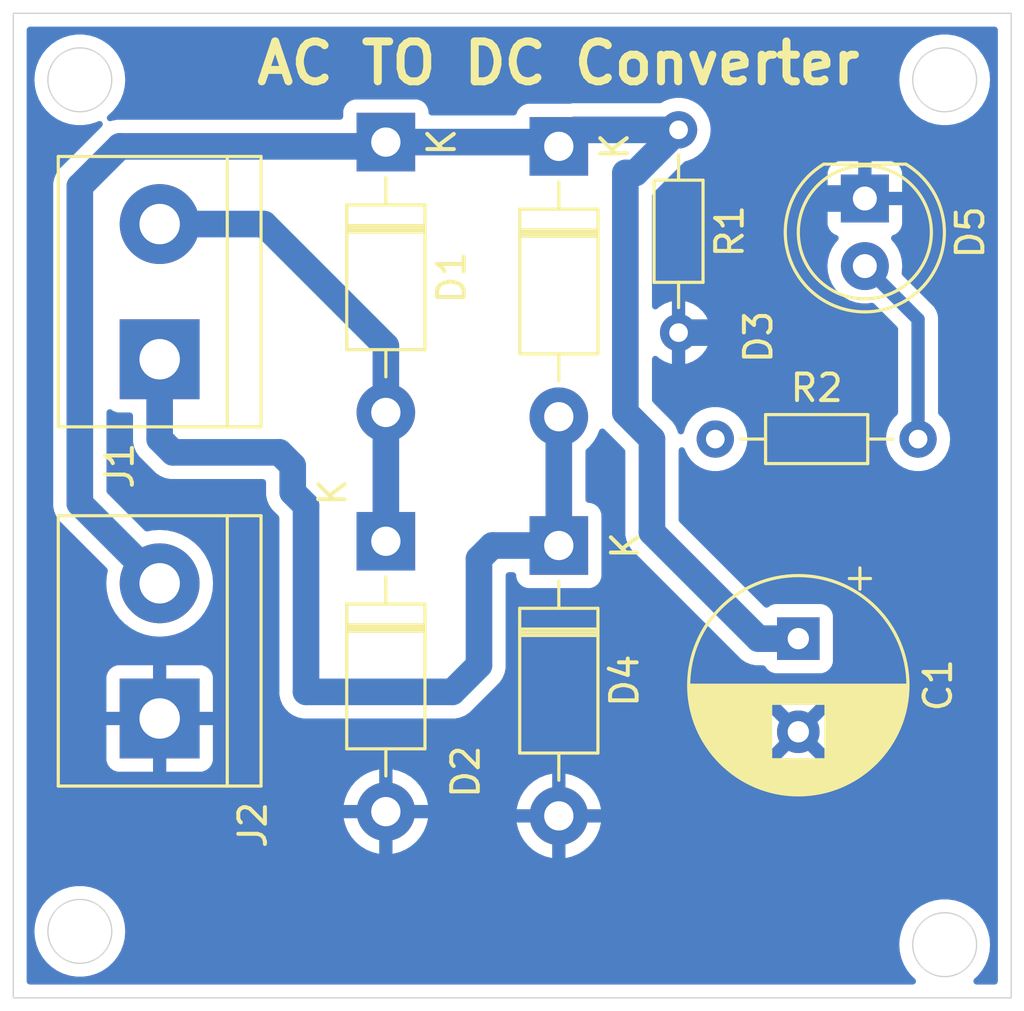
<source format=kicad_pcb>
(kicad_pcb (version 20240108) (generator "pcbnew") (generator_version "8.0")
  (layers (0 "F.Cu" signal) (31 "B.Cu" signal) (34 "B.Paste" user) (35 "F.Paste" user) (36 "B.SilkS" user "B.Silkscreen") (37 "F.SilkS" user "F.Silkscreen") (38 "B.Mask" user) (39 "F.Mask" user) (44 "Edge.Cuts" user))
  (net 0 "")
  (net 1 "/+VE")
  (net 2 "GND")
  (net 3 "Net-(D1-A)")
  (net 4 "Net-(D3-A)")
  (net 5 "Net-(D5-A)")
  (footprint "Diode_THT:D_DO-41_SOD81_P10.16mm_Horizontal" (layer "F.Cu") (at 134.5 78.34 -90)
    (property "Reference" "D1" (at 5.08 -2.47 90) (layer "F.SilkS"))
    (property "Value" "1N4007")
    (fp_line (start 2.36 1.47) (end 7.8 1.47) (stroke (width 0.12)) (layer "F.SilkS"))
    (fp_line (start 7.8 1.47) (end 7.8 -1.47) (stroke (width 0.12)) (layer "F.SilkS"))
    (fp_line (start 1.34 0) (end 2.36 0) (stroke (width 0.12)) (layer "F.SilkS"))
    (fp_line (start 8.82 0) (end 7.8 0) (stroke (width 0.12)) (layer "F.SilkS"))
    (fp_line (start 2.36 -1.47) (end 2.36 1.47) (stroke (width 0.12)) (layer "F.SilkS"))
    (fp_line (start 3.14 -1.47) (end 3.14 1.47) (stroke (width 0.12)) (layer "F.SilkS"))
    (fp_line (start 3.26 -1.47) (end 3.26 1.47) (stroke (width 0.12)) (layer "F.SilkS"))
    (fp_line (start 3.38 -1.47) (end 3.38 1.47) (stroke (width 0.12)) (layer "F.SilkS"))
    (fp_line (start 7.8 -1.47) (end 2.36 -1.47) (stroke (width 0.12)) (layer "F.SilkS"))
    (fp_text user "K" (at 0 -2.1 90) (layer "F.SilkS"))
    (pad "1" thru_hole rect (at 0 0 270) (size 2.2 2.2) (drill 1.1) (layers "*.Cu" "*.Mask") (net 1 "/+VE"))
    (pad "2" thru_hole oval (at 10.16 0 270) (size 2.2 2.2) (drill 1.1) (layers "*.Cu" "*.Mask") (net 3 "Net-(D1-A)"))
  )
  (footprint "Diode_THT:D_DO-41_SOD81_P10.16mm_Horizontal" (layer "F.Cu") (at 141 93.5 -90)
    (property "Reference" "D4" (at 5.08 -2.47 90) (layer "F.SilkS"))
    (property "Value" "1N4007")
    (fp_line (start 2.36 1.47) (end 7.8 1.47) (stroke (width 0.12)) (layer "F.SilkS"))
    (fp_line (start 7.8 1.47) (end 7.8 -1.47) (stroke (width 0.12)) (layer "F.SilkS"))
    (fp_line (start 1.34 0) (end 2.36 0) (stroke (width 0.12)) (layer "F.SilkS"))
    (fp_line (start 8.82 0) (end 7.8 0) (stroke (width 0.12)) (layer "F.SilkS"))
    (fp_line (start 2.36 -1.47) (end 2.36 1.47) (stroke (width 0.12)) (layer "F.SilkS"))
    (fp_line (start 3.14 -1.47) (end 3.14 1.47) (stroke (width 0.12)) (layer "F.SilkS"))
    (fp_line (start 3.26 -1.47) (end 3.26 1.47) (stroke (width 0.12)) (layer "F.SilkS"))
    (fp_line (start 3.38 -1.47) (end 3.38 1.47) (stroke (width 0.12)) (layer "F.SilkS"))
    (fp_line (start 7.8 -1.47) (end 2.36 -1.47) (stroke (width 0.12)) (layer "F.SilkS"))
    (fp_text user "K" (at 0 -2.5 90) (layer "F.SilkS"))
    (pad "1" thru_hole rect (at 0 0 270) (size 2.2 2.2) (drill 1.1) (layers "*.Cu" "*.Mask") (net 4 "Net-(D3-A)"))
    (pad "2" thru_hole oval (at 10.16 0 270) (size 2.2 2.2) (drill 1.1) (layers "*.Cu" "*.Mask") (net 2 "GND"))
  )
  (footprint "Capacitor_THT:CP_Radial_D8.0mm_P3.50mm" (layer "F.Cu") (at 150 97 -90)
    (property "Reference" "C1" (at 1.75 -5.25 90) (layer "F.SilkS"))
    (property "Value" "1000uF")
    (fp_line (start 2.471 1.04) (end 2.471 4.017) (stroke (width 0.12)) (layer "F.SilkS"))
    (fp_line (start 2.511 1.04) (end 2.511 4.01) (stroke (width 0.12)) (layer "F.SilkS"))
    (fp_line (start 2.551 1.04) (end 2.551 4.002) (stroke (width 0.12)) (layer "F.SilkS"))
    (fp_line (start 2.591 1.04) (end 2.591 3.994) (stroke (width 0.12)) (layer "F.SilkS"))
    (fp_line (start 2.631 1.04) (end 2.631 3.985) (stroke (width 0.12)) (layer "F.SilkS"))
    (fp_line (start 2.671 1.04) (end 2.671 3.976) (stroke (width 0.12)) (layer "F.SilkS"))
    (fp_line (start 2.711 1.04) (end 2.711 3.967) (stroke (width 0.12)) (layer "F.SilkS"))
    (fp_line (start 2.751 1.04) (end 2.751 3.957) (stroke (width 0.12)) (layer "F.SilkS"))
    (fp_line (start 2.791 1.04) (end 2.791 3.947) (stroke (width 0.12)) (layer "F.SilkS"))
    (fp_line (start 2.831 1.04) (end 2.831 3.936) (stroke (width 0.12)) (layer "F.SilkS"))
    (fp_line (start 2.871 1.04) (end 2.871 3.925) (stroke (width 0.12)) (layer "F.SilkS"))
    (fp_line (start 2.911 1.04) (end 2.911 3.914) (stroke (width 0.12)) (layer "F.SilkS"))
    (fp_line (start 2.951 1.04) (end 2.951 3.902) (stroke (width 0.12)) (layer "F.SilkS"))
    (fp_line (start 2.991 1.04) (end 2.991 3.889) (stroke (width 0.12)) (layer "F.SilkS"))
    (fp_line (start 3.031 1.04) (end 3.031 3.877) (stroke (width 0.12)) (layer "F.SilkS"))
    (fp_line (start 3.071 1.04) (end 3.071 3.863) (stroke (width 0.12)) (layer "F.SilkS"))
    (fp_line (start 3.111 1.04) (end 3.111 3.85) (stroke (width 0.12)) (layer "F.SilkS"))
    (fp_line (start 3.151 1.04) (end 3.151 3.835) (stroke (width 0.12)) (layer "F.SilkS"))
    (fp_line (start 3.191 1.04) (end 3.191 3.821) (stroke (width 0.12)) (layer "F.SilkS"))
    (fp_line (start 3.231 1.04) (end 3.231 3.805) (stroke (width 0.12)) (layer "F.SilkS"))
    (fp_line (start 3.271 1.04) (end 3.271 3.79) (stroke (width 0.12)) (layer "F.SilkS"))
    (fp_line (start 3.311 1.04) (end 3.311 3.774) (stroke (width 0.12)) (layer "F.SilkS"))
    (fp_line (start 3.351 1.04) (end 3.351 3.757) (stroke (width 0.12)) (layer "F.SilkS"))
    (fp_line (start 3.391 1.04) (end 3.391 3.74) (stroke (width 0.12)) (layer "F.SilkS"))
    (fp_line (start 3.431 1.04) (end 3.431 3.722) (stroke (width 0.12)) (layer "F.SilkS"))
    (fp_line (start 3.471 1.04) (end 3.471 3.704) (stroke (width 0.12)) (layer "F.SilkS"))
    (fp_line (start 3.511 1.04) (end 3.511 3.686) (stroke (width 0.12)) (layer "F.SilkS"))
    (fp_line (start 3.551 1.04) (end 3.551 3.666) (stroke (width 0.12)) (layer "F.SilkS"))
    (fp_line (start 3.591 1.04) (end 3.591 3.647) (stroke (width 0.12)) (layer "F.SilkS"))
    (fp_line (start 3.631 1.04) (end 3.631 3.627) (stroke (width 0.12)) (layer "F.SilkS"))
    (fp_line (start 3.671 1.04) (end 3.671 3.606) (stroke (width 0.12)) (layer "F.SilkS"))
    (fp_line (start 3.711 1.04) (end 3.711 3.584) (stroke (width 0.12)) (layer "F.SilkS"))
    (fp_line (start 3.751 1.04) (end 3.751 3.562) (stroke (width 0.12)) (layer "F.SilkS"))
    (fp_line (start 3.791 1.04) (end 3.791 3.54) (stroke (width 0.12)) (layer "F.SilkS"))
    (fp_line (start 3.831 1.04) (end 3.831 3.517) (stroke (width 0.12)) (layer "F.SilkS"))
    (fp_line (start 3.871 1.04) (end 3.871 3.493) (stroke (width 0.12)) (layer "F.SilkS"))
    (fp_line (start 3.911 1.04) (end 3.911 3.469) (stroke (width 0.12)) (layer "F.SilkS"))
    (fp_line (start 3.951 1.04) (end 3.951 3.444) (stroke (width 0.12)) (layer "F.SilkS"))
    (fp_line (start 3.991 1.04) (end 3.991 3.418) (stroke (width 0.12)) (layer "F.SilkS"))
    (fp_line (start 4.031 1.04) (end 4.031 3.392) (stroke (width 0.12)) (layer "F.SilkS"))
    (fp_line (start 4.071 1.04) (end 4.071 3.365) (stroke (width 0.12)) (layer "F.SilkS"))
    (fp_line (start 4.111 1.04) (end 4.111 3.338) (stroke (width 0.12)) (layer "F.SilkS"))
    (fp_line (start 4.151 1.04) (end 4.151 3.309) (stroke (width 0.12)) (layer "F.SilkS"))
    (fp_line (start 4.191 1.04) (end 4.191 3.28) (stroke (width 0.12)) (layer "F.SilkS"))
    (fp_line (start 4.231 1.04) (end 4.231 3.25) (stroke (width 0.12)) (layer "F.SilkS"))
    (fp_line (start 4.271 1.04) (end 4.271 3.22) (stroke (width 0.12)) (layer "F.SilkS"))
    (fp_line (start 4.311 1.04) (end 4.311 3.189) (stroke (width 0.12)) (layer "F.SilkS"))
    (fp_line (start 4.351 1.04) (end 4.351 3.156) (stroke (width 0.12)) (layer "F.SilkS"))
    (fp_line (start 4.391 1.04) (end 4.391 3.124) (stroke (width 0.12)) (layer "F.SilkS"))
    (fp_line (start 4.431 1.04) (end 4.431 3.09) (stroke (width 0.12)) (layer "F.SilkS"))
    (fp_line (start 4.471 1.04) (end 4.471 3.055) (stroke (width 0.12)) (layer "F.SilkS"))
    (fp_line (start 4.511 1.04) (end 4.511 3.019) (stroke (width 0.12)) (layer "F.SilkS"))
    (fp_line (start 5.831 -0.533) (end 5.831 0.533) (stroke (width 0.12)) (layer "F.SilkS"))
    (fp_line (start 5.791 -0.768) (end 5.791 0.768) (stroke (width 0.12)) (layer "F.SilkS"))
    (fp_line (start 5.751 -0.948) (end 5.751 0.948) (stroke (width 0.12)) (layer "F.SilkS"))
    (fp_line (start 5.711 -1.098) (end 5.711 1.098) (stroke (width 0.12)) (layer "F.SilkS"))
    (fp_line (start 5.671 -1.229) (end 5.671 1.229) (stroke (width 0.12)) (layer "F.SilkS"))
    (fp_line (start 5.631 -1.346) (end 5.631 1.346) (stroke (width 0.12)) (layer "F.SilkS"))
    (fp_line (start 5.591 -1.453) (end 5.591 1.453) (stroke (width 0.12)) (layer "F.SilkS"))
    (fp_line (start 5.551 -1.552) (end 5.551 1.552) (stroke (width 0.12)) (layer "F.SilkS"))
    (fp_line (start 5.511 -1.645) (end 5.511 1.645) (stroke (width 0.12)) (layer "F.SilkS"))
    (fp_line (start 5.471 -1.731) (end 5.471 1.731) (stroke (width 0.12)) (layer "F.SilkS"))
    (fp_line (start 5.431 -1.813) (end 5.431 1.813) (stroke (width 0.12)) (layer "F.SilkS"))
    (fp_line (start 5.391 -1.89) (end 5.391 1.89) (stroke (width 0.12)) (layer "F.SilkS"))
    (fp_line (start 5.351 -1.964) (end 5.351 1.964) (stroke (width 0.12)) (layer "F.SilkS"))
    (fp_line (start 5.311 -2.034) (end 5.311 2.034) (stroke (width 0.12)) (layer "F.SilkS"))
    (fp_line (start 5.271 -2.102) (end 5.271 2.102) (stroke (width 0.12)) (layer "F.SilkS"))
    (fp_line (start 5.231 -2.166) (end 5.231 2.166) (stroke (width 0.12)) (layer "F.SilkS"))
    (fp_line (start 5.191 -2.228) (end 5.191 2.228) (stroke (width 0.12)) (layer "F.SilkS"))
    (fp_line (start 5.151 -2.287) (end 5.151 2.287) (stroke (width 0.12)) (layer "F.SilkS"))
    (fp_line (start -2.659698 -2.315) (end -1.859698 -2.315) (stroke (width 0.12)) (layer "F.SilkS"))
    (fp_line (start 5.111 -2.345) (end 5.111 2.345) (stroke (width 0.12)) (layer "F.SilkS"))
    (fp_line (start 5.071 -2.4) (end 5.071 2.4) (stroke (width 0.12)) (layer "F.SilkS"))
    (fp_line (start 5.031 -2.454) (end 5.031 2.454) (stroke (width 0.12)) (layer "F.SilkS"))
    (fp_line (start 4.991 -2.505) (end 4.991 2.505) (stroke (width 0.12)) (layer "F.SilkS"))
    (fp_line (start 4.951 -2.556) (end 4.951 2.556) (stroke (width 0.12)) (layer "F.SilkS"))
    (fp_line (start 4.911 -2.604) (end 4.911 2.604) (stroke (width 0.12)) (layer "F.SilkS"))
    (fp_line (start 4.871 -2.651) (end 4.871 2.651) (stroke (width 0.12)) (layer "F.SilkS"))
    (fp_line (start 4.831 -2.697) (end 4.831 2.697) (stroke (width 0.12)) (layer "F.SilkS"))
    (fp_line (start -2.259698 -2.715) (end -2.259698 -1.915) (stroke (width 0.12)) (layer "F.SilkS"))
    (fp_line (start 4.791 -2.741) (end 4.791 2.741) (stroke (width 0.12)) (layer "F.SilkS"))
    (fp_line (start 4.751 -2.784) (end 4.751 2.784) (stroke (width 0.12)) (layer "F.SilkS"))
    (fp_line (start 4.711 -2.826) (end 4.711 2.826) (stroke (width 0.12)) (layer "F.SilkS"))
    (fp_line (start 4.671 -2.867) (end 4.671 2.867) (stroke (width 0.12)) (layer "F.SilkS"))
    (fp_line (start 4.631 -2.907) (end 4.631 2.907) (stroke (width 0.12)) (layer "F.SilkS"))
    (fp_line (start 4.591 -2.945) (end 4.591 2.945) (stroke (width 0.12)) (layer "F.SilkS"))
    (fp_line (start 4.551 -2.983) (end 4.551 2.983) (stroke (width 0.12)) (layer "F.SilkS"))
    (fp_line (start 4.511 -3.019) (end 4.511 -1.04) (stroke (width 0.12)) (layer "F.SilkS"))
    (fp_line (start 4.471 -3.055) (end 4.471 -1.04) (stroke (width 0.12)) (layer "F.SilkS"))
    (fp_line (start 4.431 -3.09) (end 4.431 -1.04) (stroke (width 0.12)) (layer "F.SilkS"))
    (fp_line (start 4.391 -3.124) (end 4.391 -1.04) (stroke (width 0.12)) (layer "F.SilkS"))
    (fp_line (start 4.351 -3.156) (end 4.351 -1.04) (stroke (width 0.12)) (layer "F.SilkS"))
    (fp_line (start 4.311 -3.189) (end 4.311 -1.04) (stroke (width 0.12)) (layer "F.SilkS"))
    (fp_line (start 4.271 -3.22) (end 4.271 -1.04) (stroke (width 0.12)) (layer "F.SilkS"))
    (fp_line (start 4.231 -3.25) (end 4.231 -1.04) (stroke (width 0.12)) (layer "F.SilkS"))
    (fp_line (start 4.191 -3.28) (end 4.191 -1.04) (stroke (width 0.12)) (layer "F.SilkS"))
    (fp_line (start 4.151 -3.309) (end 4.151 -1.04) (stroke (width 0.12)) (layer "F.SilkS"))
    (fp_line (start 4.111 -3.338) (end 4.111 -1.04) (stroke (width 0.12)) (layer "F.SilkS"))
    (fp_line (start 4.071 -3.365) (end 4.071 -1.04) (stroke (width 0.12)) (layer "F.SilkS"))
    (fp_line (start 4.031 -3.392) (end 4.031 -1.04) (stroke (width 0.12)) (layer "F.SilkS"))
    (fp_line (start 3.991 -3.418) (end 3.991 -1.04) (stroke (width 0.12)) (layer "F.SilkS"))
    (fp_line (start 3.951 -3.444) (end 3.951 -1.04) (stroke (width 0.12)) (layer "F.SilkS"))
    (fp_line (start 3.911 -3.469) (end 3.911 -1.04) (stroke (width 0.12)) (layer "F.SilkS"))
    (fp_line (start 3.871 -3.493) (end 3.871 -1.04) (stroke (width 0.12)) (layer "F.SilkS"))
    (fp_line (start 3.831 -3.517) (end 3.831 -1.04) (stroke (width 0.12)) (layer "F.SilkS"))
    (fp_line (start 3.791 -3.54) (end 3.791 -1.04) (stroke (width 0.12)) (layer "F.SilkS"))
    (fp_line (start 3.751 -3.562) (end 3.751 -1.04) (stroke (width 0.12)) (layer "F.SilkS"))
    (fp_line (start 3.711 -3.584) (end 3.711 -1.04) (stroke (width 0.12)) (layer "F.SilkS"))
    (fp_line (start 3.671 -3.606) (end 3.671 -1.04) (stroke (width 0.12)) (layer "F.SilkS"))
    (fp_line (start 3.631 -3.627) (end 3.631 -1.04) (stroke (width 0.12)) (layer "F.SilkS"))
    (fp_line (start 3.591 -3.647) (end 3.591 -1.04) (stroke (width 0.12)) (layer "F.SilkS"))
    (fp_line (start 3.551 -3.666) (end 3.551 -1.04) (stroke (width 0.12)) (layer "F.SilkS"))
    (fp_line (start 3.511 -3.686) (end 3.511 -1.04) (stroke (width 0.12)) (layer "F.SilkS"))
    (fp_line (start 3.471 -3.704) (end 3.471 -1.04) (stroke (width 0.12)) (layer "F.SilkS"))
    (fp_line (start 3.431 -3.722) (end 3.431 -1.04) (stroke (width 0.12)) (layer "F.SilkS"))
    (fp_line (start 3.391 -3.74) (end 3.391 -1.04) (stroke (width 0.12)) (layer "F.SilkS"))
    (fp_line (start 3.351 -3.757) (end 3.351 -1.04) (stroke (width 0.12)) (layer "F.SilkS"))
    (fp_line (start 3.311 -3.774) (end 3.311 -1.04) (stroke (width 0.12)) (layer "F.SilkS"))
    (fp_line (start 3.271 -3.79) (end 3.271 -1.04) (stroke (width 0.12)) (layer "F.SilkS"))
    (fp_line (start 3.231 -3.805) (end 3.231 -1.04) (stroke (width 0.12)) (layer "F.SilkS"))
    (fp_line (start 3.191 -3.821) (end 3.191 -1.04) (stroke (width 0.12)) (layer "F.SilkS"))
    (fp_line (start 3.151 -3.835) (end 3.151 -1.04) (stroke (width 0.12)) (layer "F.SilkS"))
    (fp_line (start 3.111 -3.85) (end 3.111 -1.04) (stroke (width 0.12)) (layer "F.SilkS"))
    (fp_line (start 3.071 -3.863) (end 3.071 -1.04) (stroke (width 0.12)) (layer "F.SilkS"))
    (fp_line (start 3.031 -3.877) (end 3.031 -1.04) (stroke (width 0.12)) (layer "F.SilkS"))
    (fp_line (start 2.991 -3.889) (end 2.991 -1.04) (stroke (width 0.12)) (layer "F.SilkS"))
    (fp_line (start 2.951 -3.902) (end 2.951 -1.04) (stroke (width 0.12)) (layer "F.SilkS"))
    (fp_line (start 2.911 -3.914) (end 2.911 -1.04) (stroke (width 0.12)) (layer "F.SilkS"))
    (fp_line (start 2.871 -3.925) (end 2.871 -1.04) (stroke (width 0.12)) (layer "F.SilkS"))
    (fp_line (start 2.831 -3.936) (end 2.831 -1.04) (stroke (width 0.12)) (layer "F.SilkS"))
    (fp_line (start 2.791 -3.947) (end 2.791 -1.04) (stroke (width 0.12)) (layer "F.SilkS"))
    (fp_line (start 2.751 -3.957) (end 2.751 -1.04) (stroke (width 0.12)) (layer "F.SilkS"))
    (fp_line (start 2.711 -3.967) (end 2.711 -1.04) (stroke (width 0.12)) (layer "F.SilkS"))
    (fp_line (start 2.671 -3.976) (end 2.671 -1.04) (stroke (width 0.12)) (layer "F.SilkS"))
    (fp_line (start 2.631 -3.985) (end 2.631 -1.04) (stroke (width 0.12)) (layer "F.SilkS"))
    (fp_line (start 2.591 -3.994) (end 2.591 -1.04) (stroke (width 0.12)) (layer "F.SilkS"))
    (fp_line (start 2.551 -4.002) (end 2.551 -1.04) (stroke (width 0.12)) (layer "F.SilkS"))
    (fp_line (start 2.511 -4.01) (end 2.511 -1.04) (stroke (width 0.12)) (layer "F.SilkS"))
    (fp_line (start 2.471 -4.017) (end 2.471 -1.04) (stroke (width 0.12)) (layer "F.SilkS"))
    (fp_line (start 2.43 -4.024) (end 2.43 4.024) (stroke (width 0.12)) (layer "F.SilkS"))
    (fp_line (start 2.39 -4.03) (end 2.39 4.03) (stroke (width 0.12)) (layer "F.SilkS"))
    (fp_line (start 2.35 -4.037) (end 2.35 4.037) (stroke (width 0.12)) (layer "F.SilkS"))
    (fp_line (start 2.31 -4.042) (end 2.31 4.042) (stroke (width 0.12)) (layer "F.SilkS"))
    (fp_line (start 2.27 -4.048) (end 2.27 4.048) (stroke (width 0.12)) (layer "F.SilkS"))
    (fp_line (start 2.23 -4.052) (end 2.23 4.052) (stroke (width 0.12)) (layer "F.SilkS"))
    (fp_line (start 2.19 -4.057) (end 2.19 4.057) (stroke (width 0.12)) (layer "F.SilkS"))
    (fp_line (start 2.15 -4.061) (end 2.15 4.061) (stroke (width 0.12)) (layer "F.SilkS"))
    (fp_line (start 2.11 -4.065) (end 2.11 4.065) (stroke (width 0.12)) (layer "F.SilkS"))
    (fp_line (start 2.07 -4.068) (end 2.07 4.068) (stroke (width 0.12)) (layer "F.SilkS"))
    (fp_line (start 2.03 -4.071) (end 2.03 4.071) (stroke (width 0.12)) (layer "F.SilkS"))
    (fp_line (start 1.99 -4.074) (end 1.99 4.074) (stroke (width 0.12)) (layer "F.SilkS"))
    (fp_line (start 1.95 -4.076) (end 1.95 4.076) (stroke (width 0.12)) (layer "F.SilkS"))
    (fp_line (start 1.91 -4.077) (end 1.91 4.077) (stroke (width 0.12)) (layer "F.SilkS"))
    (fp_line (start 1.87 -4.079) (end 1.87 4.079) (stroke (width 0.12)) (layer "F.SilkS"))
    (fp_line (start 1.75 -4.08) (end 1.75 4.08) (stroke (width 0.12)) (layer "F.SilkS"))
    (fp_line (start 1.79 -4.08) (end 1.79 4.08) (stroke (width 0.12)) (layer "F.SilkS"))
    (fp_line (start 1.83 -4.08) (end 1.83 4.08) (stroke (width 0.12)) (layer "F.SilkS"))
    (fp_circle (center 1.75 0) (end 5.87 0) (stroke (width 0.12)) (fill none) (layer "F.SilkS"))
    (pad "1" thru_hole rect (at 0 0 270) (size 1.6 1.6) (drill 0.8) (layers "*.Cu" "*.Mask") (net 1 "/+VE"))
    (pad "2" thru_hole circle (at 3.5 0 270) (size 1.6 1.6) (drill 0.8) (layers "*.Cu" "*.Mask") (net 2 "GND"))
  )
  (footprint "Resistor_THT:R_Axial_DIN0204_L3.6mm_D1.6mm_P7.62mm_Horizontal" (layer "F.Cu") (at 146.88 89.5)
    (property "Reference" "R2" (at 3.81 -1.92 360) (layer "F.SilkS"))
    (property "Value" "2.2K")
    (fp_line (start 0.94 0) (end 1.89 0) (stroke (width 0.12)) (layer "F.SilkS"))
    (fp_line (start 1.89 -0.92) (end 1.89 0.92) (stroke (width 0.12)) (layer "F.SilkS"))
    (fp_line (start 1.89 0.92) (end 5.73 0.92) (stroke (width 0.12)) (layer "F.SilkS"))
    (fp_line (start 5.73 -0.92) (end 1.89 -0.92) (stroke (width 0.12)) (layer "F.SilkS"))
    (fp_line (start 5.73 0.92) (end 5.73 -0.92) (stroke (width 0.12)) (layer "F.SilkS"))
    (fp_line (start 6.68 0) (end 5.73 0) (stroke (width 0.12)) (layer "F.SilkS"))
    (pad "1" thru_hole circle (at 0 0) (size 1.4 1.4) (drill 0.7) (layers "*.Cu" "*.Mask") (net 1 "/+VE"))
    (pad "2" thru_hole oval (at 7.62 0) (size 1.4 1.4) (drill 0.7) (layers "*.Cu" "*.Mask") (net 5 "Net-(D5-A)"))
  )
  (footprint "TerminalBlock:TerminalBlock_bornier-2_P5.08mm" (layer "F.Cu") (at 126 86.5 90)
    (property "Reference" "J1" (at -4 -1.5 90) (layer "F.SilkS"))
    (property "Value" "Screw_Terminal_01x02")
    (fp_line (start 7.62 -3.81) (end -2.54 -3.81) (stroke (width 0.12)) (layer "F.SilkS"))
    (fp_line (start -2.54 -3.81) (end -2.54 3.81) (stroke (width 0.12)) (layer "F.SilkS"))
    (fp_line (start 7.62 2.54) (end -2.54 2.54) (stroke (width 0.12)) (layer "F.SilkS"))
    (fp_line (start 7.62 3.81) (end 7.62 -3.81) (stroke (width 0.12)) (layer "F.SilkS"))
    (fp_line (start -2.54 3.81) (end 7.62 3.81) (stroke (width 0.12)) (layer "F.SilkS"))
    (pad "1" thru_hole rect (at 0 0 90) (size 3 3) (drill 1.52) (layers "*.Cu" "*.Mask") (net 4 "Net-(D3-A)"))
    (pad "2" thru_hole circle (at 5.08 0 90) (size 3 3) (drill 1.52) (layers "*.Cu" "*.Mask") (net 3 "Net-(D1-A)"))
  )
  (footprint "TerminalBlock:TerminalBlock_bornier-2_P5.08mm" (layer "F.Cu") (at 126 100 90)
    (property "Reference" "J2" (at -4 3.5 90) (layer "F.SilkS"))
    (property "Value" "Screw_Terminal_01x02")
    (fp_line (start 7.62 -3.81) (end -2.54 -3.81) (stroke (width 0.12)) (layer "F.SilkS"))
    (fp_line (start -2.54 -3.81) (end -2.54 3.81) (stroke (width 0.12)) (layer "F.SilkS"))
    (fp_line (start 7.62 2.54) (end -2.54 2.54) (stroke (width 0.12)) (layer "F.SilkS"))
    (fp_line (start 7.62 3.81) (end 7.62 -3.81) (stroke (width 0.12)) (layer "F.SilkS"))
    (fp_line (start -2.54 3.81) (end 7.62 3.81) (stroke (width 0.12)) (layer "F.SilkS"))
    (pad "1" thru_hole rect (at 0 0 90) (size 3 3) (drill 1.52) (layers "*.Cu" "*.Mask") (net 2 "GND"))
    (pad "2" thru_hole circle (at 5.08 0 90) (size 3 3) (drill 1.52) (layers "*.Cu" "*.Mask") (net 1 "/+VE"))
  )
  (footprint "Diode_THT:D_DO-41_SOD81_P10.16mm_Horizontal" (layer "F.Cu") (at 141 78.5 -90)
    (property "Reference" "D3" (at 7.16 -7.5 90) (layer "F.SilkS"))
    (property "Value" "1N4007")
    (fp_line (start 2.36 1.47) (end 7.8 1.47) (stroke (width 0.12)) (layer "F.SilkS"))
    (fp_line (start 7.8 1.47) (end 7.8 -1.47) (stroke (width 0.12)) (layer "F.SilkS"))
    (fp_line (start 1.34 0) (end 2.36 0) (stroke (width 0.12)) (layer "F.SilkS"))
    (fp_line (start 8.82 0) (end 7.8 0) (stroke (width 0.12)) (layer "F.SilkS"))
    (fp_line (start 2.36 -1.47) (end 2.36 1.47) (stroke (width 0.12)) (layer "F.SilkS"))
    (fp_line (start 3.14 -1.47) (end 3.14 1.47) (stroke (width 0.12)) (layer "F.SilkS"))
    (fp_line (start 3.26 -1.47) (end 3.26 1.47) (stroke (width 0.12)) (layer "F.SilkS"))
    (fp_line (start 3.38 -1.47) (end 3.38 1.47) (stroke (width 0.12)) (layer "F.SilkS"))
    (fp_line (start 7.8 -1.47) (end 2.36 -1.47) (stroke (width 0.12)) (layer "F.SilkS"))
    (fp_text user "K" (at 0 -2.1 90) (layer "F.SilkS"))
    (pad "1" thru_hole rect (at 0 0 270) (size 2.2 2.2) (drill 1.1) (layers "*.Cu" "*.Mask") (net 1 "/+VE"))
    (pad "2" thru_hole oval (at 10.16 0 270) (size 2.2 2.2) (drill 1.1) (layers "*.Cu" "*.Mask") (net 4 "Net-(D3-A)"))
  )
  (footprint "LED_THT:LED_D5.0mm" (layer "F.Cu") (at 152.5 80.46 -90)
    (property "Reference" "D5" (at 1.27 -3.96 90) (layer "F.SilkS"))
    (property "Value" "LED")
    (fp_line (start -1.29 -1.545) (end -1.29 1.545) (stroke (width 0.12)) (layer "F.SilkS"))
    (fp_arc (start 4.26 0.000048) (mid 2.071756 2.880501) (end -1.29 1.54483) (stroke (width 0.12)) (layer "F.SilkS"))
    (fp_arc (start -1.29 -1.54483) (mid 2.071756 -2.880501) (end 4.26 -0.000048) (stroke (width 0.12)) (layer "F.SilkS"))
    (fp_circle (center 1.27 0) (end 3.77 0) (stroke (width 0.12)) (fill none) (layer "F.SilkS"))
    (pad "1" thru_hole rect (at 0 0 270) (size 1.8 1.8) (drill 0.9) (layers "*.Cu" "*.Mask") (net 2 "GND"))
    (pad "2" thru_hole circle (at 2.54 0 270) (size 1.8 1.8) (drill 0.9) (layers "*.Cu" "*.Mask") (net 5 "Net-(D5-A)"))
  )
  (footprint "Resistor_THT:R_Axial_DIN0204_L3.6mm_D1.6mm_P7.62mm_Horizontal" (layer "F.Cu") (at 145.5 77.88 -90)
    (property "Reference" "R1" (at 3.81 -1.92 90) (layer "F.SilkS"))
    (property "Value" "10k")
    (fp_line (start 1.89 0.92) (end 5.73 0.92) (stroke (width 0.12)) (layer "F.SilkS"))
    (fp_line (start 5.73 0.92) (end 5.73 -0.92) (stroke (width 0.12)) (layer "F.SilkS"))
    (fp_line (start 0.94 0) (end 1.89 0) (stroke (width 0.12)) (layer "F.SilkS"))
    (fp_line (start 6.68 0) (end 5.73 0) (stroke (width 0.12)) (layer "F.SilkS"))
    (fp_line (start 1.89 -0.92) (end 1.89 0.92) (stroke (width 0.12)) (layer "F.SilkS"))
    (fp_line (start 5.73 -0.92) (end 1.89 -0.92) (stroke (width 0.12)) (layer "F.SilkS"))
    (pad "1" thru_hole circle (at 0 0 270) (size 1.4 1.4) (drill 0.7) (layers "*.Cu" "*.Mask") (net 1 "/+VE"))
    (pad "2" thru_hole oval (at 7.62 0 270) (size 1.4 1.4) (drill 0.7) (layers "*.Cu" "*.Mask") (net 2 "GND"))
  )
  (footprint "Diode_THT:D_DO-41_SOD81_P10.16mm_Horizontal" (layer "F.Cu") (at 134.5 93.34 -90)
    (property "Reference" "D2" (at 8.66 -3 90) (layer "F.SilkS"))
    (property "Value" "1N4007")
    (fp_line (start 2.36 1.47) (end 7.8 1.47) (stroke (width 0.12)) (layer "F.SilkS"))
    (fp_line (start 7.8 1.47) (end 7.8 -1.47) (stroke (width 0.12)) (layer "F.SilkS"))
    (fp_line (start 1.34 0) (end 2.36 0) (stroke (width 0.12)) (layer "F.SilkS"))
    (fp_line (start 8.82 0) (end 7.8 0) (stroke (width 0.12)) (layer "F.SilkS"))
    (fp_line (start 2.36 -1.47) (end 2.36 1.47) (stroke (width 0.12)) (layer "F.SilkS"))
    (fp_line (start 3.14 -1.47) (end 3.14 1.47) (stroke (width 0.12)) (layer "F.SilkS"))
    (fp_line (start 3.26 -1.47) (end 3.26 1.47) (stroke (width 0.12)) (layer "F.SilkS"))
    (fp_line (start 3.38 -1.47) (end 3.38 1.47) (stroke (width 0.12)) (layer "F.SilkS"))
    (fp_line (start 7.8 -1.47) (end 2.36 -1.47) (stroke (width 0.12)) (layer "F.SilkS"))
    (fp_text user "K" (at -1.84 2 90) (layer "F.SilkS"))
    (pad "1" thru_hole rect (at 0 0 270) (size 2.2 2.2) (drill 1.1) (layers "*.Cu" "*.Mask") (net 3 "Net-(D1-A)"))
    (pad "2" thru_hole oval (at 10.16 0 270) (size 2.2 2.2) (drill 1.1) (layers "*.Cu" "*.Mask") (net 2 "GND"))
  )
  (gr_circle (center 123 76) (end 124.2 76) (stroke (width 0.05)) (fill none) (layer "Edge.Cuts"))
  (gr_circle (center 155.5 108.5) (end 156.7 108.5) (stroke (width 0.05)) (fill none) (layer "Edge.Cuts"))
  (gr_rect (start 120.5 73.5) (end 158 110.5) (stroke (width 0.05)) (fill none) (layer "Edge.Cuts"))
  (gr_circle (center 155.5 76) (end 156.7 76) (stroke (width 0.05)) (fill none) (layer "Edge.Cuts"))
  (gr_circle (center 123 108) (end 124.2 108) (stroke (width 0.05)) (fill none) (layer "Edge.Cuts"))
  (gr_text "AC TO DC Converter" (at 129.5 74.5 0) (layer "F.SilkS") (effects (font (size 1.5 1.5) (thickness 0.3) (bold yes)) (justify left top)))
  (segment (start 124.5 78.5) (end 134.34 78.5) (width 1) (layer "B.Cu") (net 1))
  (segment (start 143.5 88.5) (end 144.5 89.5) (width 1) (layer "B.Cu") (net 1))
  (segment (start 140.84 78.34) (end 141 78.5) (width 1) (layer "B.Cu") (net 1))
  (segment (start 134.34 78.5) (end 134.5 78.34) (width 1) (layer "B.Cu") (net 1))
  (segment (start 144.5 93) (end 148.5 97) (width 1) (layer "B.Cu") (net 1))
  (segment (start 143.5 79.5) (end 143.5 88.5) (width 1) (layer "B.Cu") (net 1))
  (segment (start 145.5 77.88) (end 143.88 79.5) (width 1) (layer "B.Cu") (net 1))
  (segment (start 126 94.92) (end 123 91.92) (width 1) (layer "B.Cu") (net 1))
  (segment (start 143.88 79.5) (end 143.5 79.5) (width 1) (layer "B.Cu") (net 1))
  (segment (start 144.5 89.5) (end 144.5 93) (width 1) (layer "B.Cu") (net 1))
  (segment (start 123 80) (end 124.5 78.5) (width 1) (layer "B.Cu") (net 1))
  (segment (start 145.5 77.88) (end 141.62 77.88) (width 1) (layer "B.Cu") (net 1))
  (segment (start 123 91.92) (end 123 80) (width 1) (layer "B.Cu") (net 1))
  (segment (start 134.5 78.34) (end 140.84 78.34) (width 1) (layer "B.Cu") (net 1))
  (segment (start 148.5 97) (end 150 97) (width 1) (layer "B.Cu") (net 1))
  (segment (start 141.62 77.88) (end 141 78.5) (width 1) (layer "B.Cu") (net 1))
  (segment (start 148 85.5) (end 148.5 85) (width 1) (layer "B.Cu") (net 2))
  (segment (start 148.5 85) (end 148.5 81) (width 1) (layer "B.Cu") (net 2))
  (segment (start 149.04 80.46) (end 152.5 80.46) (width 1) (layer "B.Cu") (net 2))
  (segment (start 145.5 85.5) (end 148 85.5) (width 1) (layer "B.Cu") (net 2))
  (segment (start 148.5 81) (end 149.04 80.46) (width 1) (layer "B.Cu") (net 2))
  (segment (start 129.92 81.42) (end 134.5 86) (width 1) (layer "B.Cu") (net 3))
  (segment (start 134.5 93.34) (end 134.5 88.5) (width 1) (layer "B.Cu") (net 3))
  (segment (start 134.5 86) (end 134.5 88.5) (width 1) (layer "B.Cu") (net 3))
  (segment (start 126 81.42) (end 129.92 81.42) (width 1) (layer "B.Cu") (net 3))
  (segment (start 131.5 92) (end 131.5 99) (width 1) (layer "B.Cu") (net 4))
  (segment (start 126 89.5) (end 126.5 90) (width 1) (layer "B.Cu") (net 4))
  (segment (start 131 91.5) (end 131.5 92) (width 1) (layer "B.Cu") (net 4))
  (segment (start 138.5 93.5) (end 141 93.5) (width 1) (layer "B.Cu") (net 4))
  (segment (start 130.5 90) (end 131 90.5) (width 1) (layer "B.Cu") (net 4))
  (segment (start 141 88.66) (end 141 93.5) (width 1) (layer "B.Cu") (net 4))
  (segment (start 137 99) (end 138 98) (width 1) (layer "B.Cu") (net 4))
  (segment (start 138 98) (end 138 94) (width 1) (layer "B.Cu") (net 4))
  (segment (start 126.5 90) (end 130.5 90) (width 1) (layer "B.Cu") (net 4))
  (segment (start 131 90.5) (end 131 91.5) (width 1) (layer "B.Cu") (net 4))
  (segment (start 131.5 99) (end 137 99) (width 1) (layer "B.Cu") (net 4))
  (segment (start 126 86.5) (end 126 89.5) (width 1) (layer "B.Cu") (net 4))
  (segment (start 138 94) (end 138.5 93.5) (width 1) (layer "B.Cu") (net 4))
  (segment (start 154.5 85) (end 152.5 83) (width 0.5) (layer "B.Cu") (net 5))
  (segment (start 154.5 89.5) (end 154.5 85) (width 0.5) (layer "B.Cu") (net 5))
  (zone (net 2) (net_name "GND") (layer "B.Cu") (connect_pads (clearance 0.5)) (min_thickness 0.25) (fill yes (thermal_gap 0.5) (thermal_bridge_width 0.5))
    (polygon (pts (xy 120 73) (xy 158.5 73) (xy 158.5 111) (xy 120 111)))
  )
)
</source>
